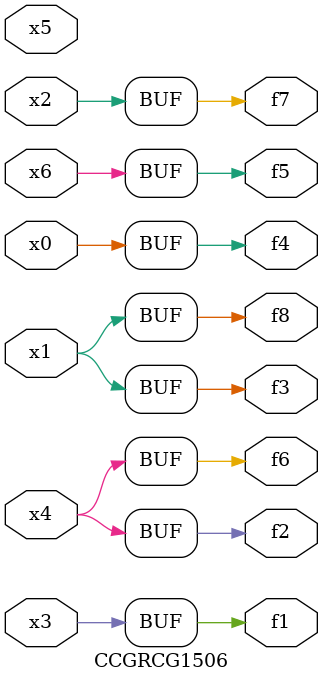
<source format=v>
module CCGRCG1506(
	input x0, x1, x2, x3, x4, x5, x6,
	output f1, f2, f3, f4, f5, f6, f7, f8
);
	assign f1 = x3;
	assign f2 = x4;
	assign f3 = x1;
	assign f4 = x0;
	assign f5 = x6;
	assign f6 = x4;
	assign f7 = x2;
	assign f8 = x1;
endmodule

</source>
